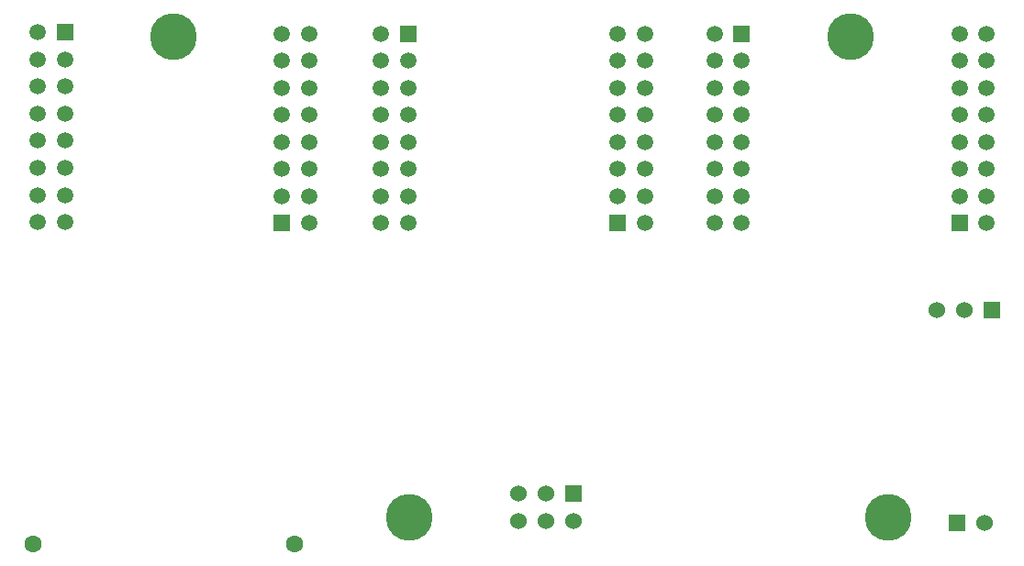
<source format=gbs>
G04 (created by PCBNEW (2013-07-07 BZR 4022)-stable) date 01/05/2014 03:57:46 PM*
%MOIN*%
G04 Gerber Fmt 3.4, Leading zero omitted, Abs format*
%FSLAX34Y34*%
G01*
G70*
G90*
G04 APERTURE LIST*
%ADD10C,0.00590551*%
%ADD11C,0.0590551*%
%ADD12R,0.0590551X0.0590551*%
%ADD13R,0.06X0.06*%
%ADD14C,0.06*%
%ADD15C,0.0629921*%
%ADD16C,0.17*%
G04 APERTURE END LIST*
G54D10*
G54D11*
X68897Y-50748D03*
X69881Y-50748D03*
X68897Y-51732D03*
X69881Y-51732D03*
X68897Y-52716D03*
X69881Y-52716D03*
X68897Y-53700D03*
X69881Y-53700D03*
X68897Y-54685D03*
X69881Y-54685D03*
X68897Y-55669D03*
X69881Y-55669D03*
X68897Y-56653D03*
X69881Y-56653D03*
G54D12*
X68897Y-57637D03*
G54D11*
X69881Y-57637D03*
X73484Y-57637D03*
X72500Y-57637D03*
X73484Y-56653D03*
X72500Y-56653D03*
X73484Y-55669D03*
X72500Y-55669D03*
X73484Y-54685D03*
X72500Y-54685D03*
X73484Y-53700D03*
X72500Y-53700D03*
X73484Y-52716D03*
X72500Y-52716D03*
X73484Y-51732D03*
X72500Y-51732D03*
G54D12*
X73484Y-50748D03*
G54D11*
X72500Y-50748D03*
G54D13*
X79503Y-67452D03*
G54D14*
X79503Y-68452D03*
X78503Y-67452D03*
X78503Y-68452D03*
X77503Y-67452D03*
X77503Y-68452D03*
G54D13*
X93437Y-68523D03*
G54D14*
X94437Y-68523D03*
G54D11*
X61023Y-57598D03*
X60039Y-57598D03*
X61023Y-56614D03*
X60039Y-56614D03*
X61023Y-55629D03*
X60039Y-55629D03*
X61023Y-54645D03*
X60039Y-54645D03*
X61023Y-53661D03*
X60039Y-53661D03*
X61023Y-52677D03*
X60039Y-52677D03*
X61023Y-51692D03*
X60039Y-51692D03*
G54D12*
X61023Y-50708D03*
G54D11*
X60039Y-50708D03*
X81102Y-50748D03*
X82086Y-50748D03*
X81102Y-51732D03*
X82086Y-51732D03*
X81102Y-52716D03*
X82086Y-52716D03*
X81102Y-53700D03*
X82086Y-53700D03*
X81102Y-54685D03*
X82086Y-54685D03*
X81102Y-55669D03*
X82086Y-55669D03*
X81102Y-56653D03*
X82086Y-56653D03*
G54D12*
X81102Y-57637D03*
G54D11*
X82086Y-57637D03*
X85610Y-57637D03*
X84625Y-57637D03*
X85610Y-56653D03*
X84625Y-56653D03*
X85610Y-55669D03*
X84625Y-55669D03*
X85610Y-54685D03*
X84625Y-54685D03*
X85610Y-53700D03*
X84625Y-53700D03*
X85610Y-52716D03*
X84625Y-52716D03*
X85610Y-51732D03*
X84625Y-51732D03*
G54D12*
X85610Y-50748D03*
G54D11*
X84625Y-50748D03*
X93523Y-50748D03*
X94507Y-50748D03*
X93523Y-51732D03*
X94507Y-51732D03*
X93523Y-52716D03*
X94507Y-52716D03*
X93523Y-53700D03*
X94507Y-53700D03*
X93523Y-54685D03*
X94507Y-54685D03*
X93523Y-55669D03*
X94507Y-55669D03*
X93523Y-56653D03*
X94507Y-56653D03*
G54D12*
X93523Y-57637D03*
G54D11*
X94507Y-57637D03*
G54D13*
X94681Y-60807D03*
G54D14*
X93681Y-60807D03*
X92681Y-60807D03*
G54D15*
X69370Y-69291D03*
X59862Y-69291D03*
G54D16*
X64960Y-50866D03*
X89566Y-50866D03*
X73523Y-68326D03*
X90944Y-68326D03*
M02*

</source>
